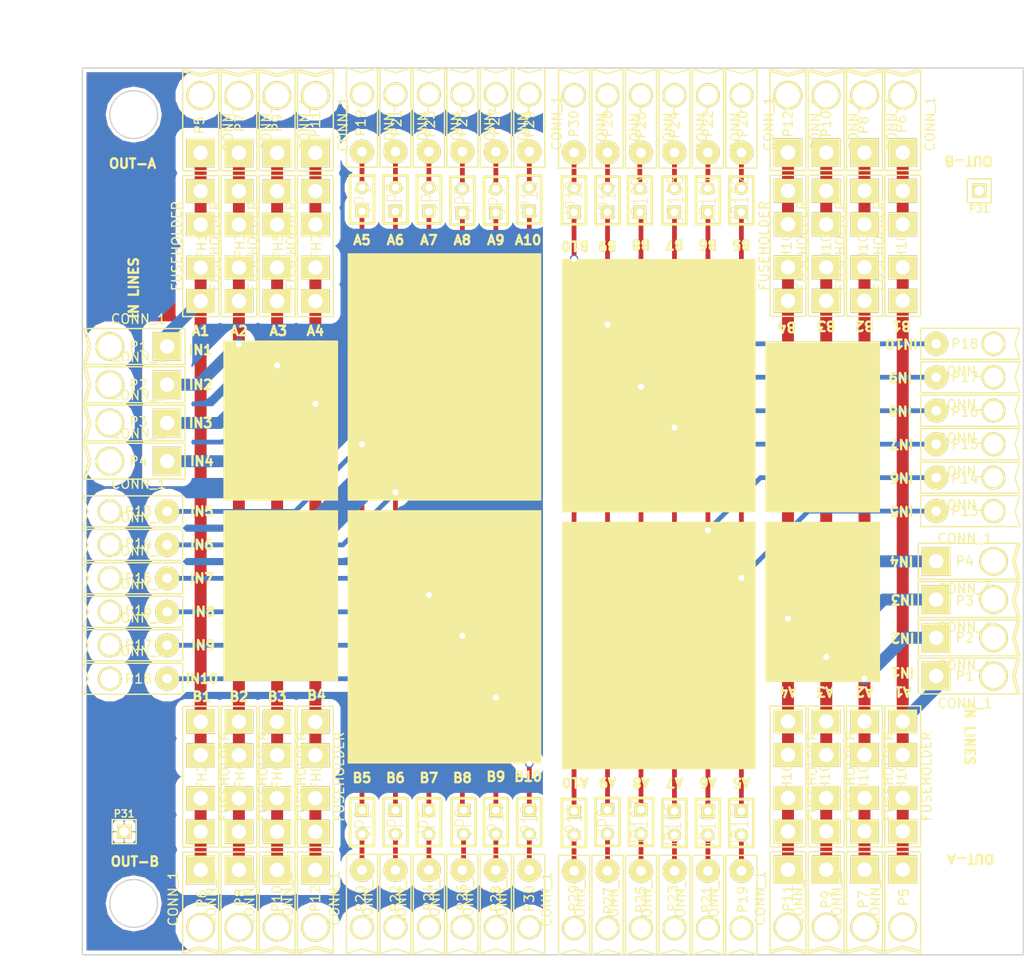
<source format=kicad_pcb>
(kicad_pcb (version 20221018) (generator pcbnew)
  (layers (0 "F.Cu" signal) (31 "B.Cu" signal) (34 "B.Paste" user) (35 "F.Paste" user) (36 "B.SilkS" user) (37 "F.SilkS" user) (38 "B.Mask" user) (39 "F.Mask" user) (44 "Edge.Cuts" user))
  (net 0 "")
  (net 1 "F-000010")
  (net 2 "F-000011")
  (net 3 "F-000012")
  (net 4 "F-000013")
  (net 5 "F-000014")
  (net 6 "F-000015")
  (net 7 "F-000016")
  (net 8 "F-000017")
  (net 9 "F-000018")
  (net 10 "F-000019")
  (net 11 "F-00002")
  (net 12 "F-000020")
  (net 13 "F-000021")
  (net 14 "F-000022")
  (net 15 "F-000023")
  (net 16 "F-000024")
  (net 17 "F-000025")
  (net 18 "F-000026")
  (net 19 "F-000027")
  (net 20 "F-000028")
  (net 21 "F-000029")
  (net 22 "F-00003")
  (net 23 "F-000030")
  (net 24 "F-000031")
  (net 25 "F-00004")
  (net 26 "F-00005")
  (net 27 "F-00006")
  (net 28 "F-00007")
  (net 29 "F-00008")
  (net 30 "F-00009")
  (net 31 "GND")
  (net 32 "N-000001")
  (net 33 "N-0000010")
  (net 34 "N-0000011")
  (net 35 "N-0000012")
  (net 36 "N-0000014")
  (net 37 "N-0000015")
  (net 38 "N-0000016")
  (net 39 "N-0000017")
  (net 40 "N-0000018")
  (net 41 "N-0000019")
  (net 42 "N-000002")
  (net 43 "N-0000020")
  (net 44 "N-0000021")
  (net 45 "N-0000022")
  (net 46 "N-0000023")
  (net 47 "N-0000024")
  (net 48 "N-0000025")
  (net 49 "N-0000026")
  (net 50 "N-0000027")
  (net 51 "N-0000028")
  (net 52 "N-0000029")
  (net 53 "N-000003")
  (net 54 "N-0000030")
  (net 55 "N-0000031")
  (net 56 "N-000004")
  (net 57 "N-000005")
  (net 58 "N-000006")
  (net 59 "N-000007")
  (net 60 "N-000008")
  (net 61 "N-000009")
  (footprint "FUSEHOLDER" (layer "F.Cu") (at 204.724 72.898 90)
    (fp_text reference "FH1")
    (fp_text value "FUSEHOLDER")
  )
  (footprint "FUSEHOLDER" (layer "F.Cu") (at 204.724 129.286 -90)
    (fp_text reference "FH2")
    (fp_text value "FUSEHOLDER")
  )
  (footprint "FUSEHOLDER" (layer "F.Cu") (at 208.788 72.898 90)
    (fp_text reference "FH3")
    (fp_text value "FUSEHOLDER")
  )
  (footprint "FUSEHOLDER" (layer "F.Cu") (at 208.788 129.286 -90)
    (fp_text reference "FH4")
    (fp_text value "FUSEHOLDER")
  )
  (footprint "FUSEHOLDER" (layer "F.Cu") (at 212.852 72.898 90)
    (fp_text reference "FH5")
    (fp_text value "FUSEHOLDER")
  )
  (footprint "FUSEHOLDER" (layer "F.Cu") (at 212.852 129.286 -90)
    (fp_text reference "FH6")
    (fp_text value "FUSEHOLDER")
  )
  (footprint "FUSEHOLDER" (layer "F.Cu") (at 216.916 72.898 90)
    (fp_text reference "FH7")
    (fp_text value "FUSEHOLDER")
  )
  (footprint "FUSEHOLDER" (layer "F.Cu") (at 216.916 129.286 -90)
    (fp_text reference "FH8")
    (fp_text value "FUSEHOLDER")
  )
  (footprint "PIN_1_16AWG" (layer "F.Cu") (at 198.12 83.566)
    (fp_text reference "P1")
    (fp_text value "CONN_1")
  )
  (footprint "PIN_1_16AWG" (layer "F.Cu") (at 198.12 87.63)
    (fp_text reference "P2")
    (fp_text value "CONN_1")
  )
  (footprint "PIN_1_16AWG" (layer "F.Cu") (at 198.12 91.694)
    (fp_text reference "P3")
    (fp_text value "CONN_1")
  )
  (footprint "PIN_1_16AWG" (layer "F.Cu") (at 198.12 95.758)
    (fp_text reference "P4")
    (fp_text value "CONN_1")
  )
  (footprint "PIN_1_16AWG" (layer "F.Cu") (at 204.724 59.944 -90)
    (fp_text reference "P5")
    (fp_text value "CONN_1")
  )
  (footprint "PIN_1_16AWG" (layer "F.Cu") (at 204.724 142.24 90)
    (fp_text reference "P6")
    (fp_text value "CONN_1")
  )
  (footprint "PIN_1_16AWG" (layer "F.Cu") (at 208.788 59.944 -90)
    (fp_text reference "P7")
    (fp_text value "CONN_1")
  )
  (footprint "PIN_1_16AWG" (layer "F.Cu") (at 208.788 142.24 90)
    (fp_text reference "P8")
    (fp_text value "CONN_1")
  )
  (footprint "PIN_1_16AWG" (layer "F.Cu") (at 212.852 59.944 -90)
    (fp_text reference "P9")
    (fp_text value "CONN_1")
  )
  (footprint "PIN_1_16AWG" (layer "F.Cu") (at 212.852 142.24 90)
    (fp_text reference "P10")
    (fp_text value "CONN_1")
  )
  (footprint "PIN_1_16AWG" (layer "F.Cu") (at 216.916 59.944 -90)
    (fp_text reference "P11")
    (fp_text value "CONN_1")
  )
  (footprint "PIN_1_16AWG" (layer "F.Cu") (at 216.916 142.24 90)
    (fp_text reference "P12")
    (fp_text value "CONN_1")
  )
  (footprint "PIN_1_20AWG" (layer "F.Cu") (at 198.12 101.092)
    (fp_text reference "P13")
    (fp_text value "CONN_1")
  )
  (footprint "PIN_1_20AWG" (layer "F.Cu") (at 198.12 104.648)
    (fp_text reference "P14")
    (fp_text value "CONN_1")
  )
  (footprint "PIN_1_20AWG" (layer "F.Cu") (at 198.12 108.204)
    (fp_text reference "P15")
    (fp_text value "CONN_1")
  )
  (footprint "PIN_1_20AWG" (layer "F.Cu") (at 198.12 111.76)
    (fp_text reference "P16")
    (fp_text value "CONN_1")
  )
  (footprint "PIN_1_20AWG" (layer "F.Cu") (at 198.12 115.316)
    (fp_text reference "P17")
    (fp_text value "CONN_1")
  )
  (footprint "PIN_1_20AWG" (layer "F.Cu") (at 198.12 118.872)
    (fp_text reference "P18")
    (fp_text value "CONN_1")
  )
  (footprint "PIN_1_20AWG" (layer "F.Cu") (at 221.869 59.817 -90)
    (fp_text reference "P19")
    (fp_text value "CONN_1")
  )
  (footprint "PIN_1_20AWG" (layer "F.Cu") (at 221.869 142.24 90)
    (fp_text reference "P20")
    (fp_text value "CONN_1")
  )
  (footprint "PIN_1_20AWG" (layer "F.Cu") (at 225.425 59.817 -90)
    (fp_text reference "P21")
    (fp_text value "CONN_1")
  )
  (footprint "PIN_1_20AWG" (layer "F.Cu") (at 228.981 59.817 -90)
    (fp_text reference "P23")
    (fp_text value "CONN_1")
  )
  (footprint "PIN_1_20AWG" (layer "F.Cu") (at 228.981 142.24 90)
    (fp_text reference "P24")
    (fp_text value "CONN_1")
  )
  (footprint "PIN_1_20AWG" (layer "F.Cu") (at 232.537 59.817 -90)
    (fp_text reference "P25")
    (fp_text value "CONN_1")
  )
  (footprint "PIN_1_20AWG" (layer "F.Cu") (at 232.537 142.24 90)
    (fp_text reference "P26")
    (fp_text value "CONN_1")
  )
  (footprint "PIN_1_20AWG" (layer "F.Cu") (at 236.093 59.817 -90)
    (fp_text reference "P27")
    (fp_text value "CONN_1")
  )
  (footprint "PIN_1_20AWG" (layer "F.Cu") (at 236.093 142.24 90)
    (fp_text reference "P28")
    (fp_text value "CONN_1")
  )
  (footprint "PIN_1_20AWG" (layer "F.Cu") (at 239.649 59.817 -90)
    (fp_text reference "P29")
    (fp_text value "CONN_1")
  )
  (footprint "PIN_1_20AWG" (layer "F.Cu") (at 239.649 142.24 90)
    (fp_text reference "P30")
    (fp_text value "CONN_1")
  )
  (footprint "PIN_1_20AWG" (layer "F.Cu") (at 225.425 142.24 90)
    (fp_text reference "P22")
    (fp_text value "CONN_1")
  )
  (footprint "JUMPER-2" (layer "F.Cu") (at 221.869 67.945 90)
    (fp_text reference "JP1")
    (fp_text value "JUMPER" hide)
  )
  (footprint "JUMPER-2" (layer "F.Cu") (at 221.869 134.112 -90)
    (fp_text reference "JP2")
    (fp_text value "JUMPER" hide)
  )
  (footprint "JUMPER-2" (layer "F.Cu") (at 225.425 67.945 90)
    (fp_text reference "JP3")
    (fp_text value "JUMPER" hide)
  )
  (footprint "JUMPER-2" (layer "F.Cu") (at 225.425 134.112 -90)
    (fp_text reference "JP4")
    (fp_text value "JUMPER" hide)
  )
  (footprint "JUMPER-2" (layer "F.Cu") (at 228.981 67.945 90)
    (fp_text reference "JP5")
    (fp_text value "JUMPER" hide)
  )
  (footprint "JUMPER-2" (layer "F.Cu") (at 228.981 134.112 -90)
    (fp_text reference "JP6")
    (fp_text value "JUMPER" hide)
  )
  (footprint "JUMPER-2" (layer "F.Cu") (at 232.537 68.072 90)
    (fp_text reference "JP7")
    (fp_text value "JUMPER" hide)
  )
  (footprint "JUMPER-2" (layer "F.Cu") (at 232.664 134.112 -90)
    (fp_text reference "JP8")
    (fp_text value "JUMPER" hide)
  )
  (footprint "JUMPER-2" (layer "F.Cu") (at 236.093 68.072 90)
    (fp_text reference "JP9")
    (fp_text value "JUMPER" hide)
  )
  (footprint "JUMPER-2" (layer "F.Cu") (at 236.093 134.112 -90)
    (fp_text reference "JP10")
    (fp_text value "JUMPER" hide)
  )
  (footprint "JUMPER-2" (layer "F.Cu") (at 239.649 67.945 90)
    (fp_text reference "JP11")
    (fp_text value "JUMPER" hide)
  )
  (footprint "JUMPER-2" (layer "F.Cu") (at 239.649 134.112 -90)
    (fp_text reference "JP12")
    (fp_text value "JUMPER" hide)
  )
  (footprint "PIN_ARRAY_1" (layer "F.Cu") (at 196.596 135.128)
    (fp_text reference "P31")
    (fp_text value "CONN_1" hide)
  )
  (footprint "JUMPER-2" (layer "F.Cu") (at 258.62875 134.20725 -90)
    (fp_text reference "JP103")
    (fp_text value "JUMPER" hide)
  )
  (footprint "FUSEHOLDER" (layer "F.Cu") (at 275.26575 129.25425 -90)
    (fp_text reference "FH103")
    (fp_text value "FUSEHOLDER")
  )
  (footprint "PIN_1_20AWG" (layer "F.Cu") (at 285.93375 97.50425 180)
    (fp_text reference "P14")
    (fp_text value "CONN_1")
  )
  (footprint "PIN_1_16AWG" (layer "F.Cu") (at 275.26575 59.91225 -90)
    (fp_text reference "P8")
    (fp_text value "CONN_1")
  )
  (footprint "PIN_1_16AWG" (layer "F.Cu") (at 271.20175 59.91225 -90)
    (fp_text reference "P10")
    (fp_text value "CONN_1")
  )
  (footprint "PIN_1_20AWG" (layer "F.Cu") (at 247.96075 142.33525 90)
    (fp_text reference "P27")
    (fp_text value "CONN_1")
  )
  (footprint "PIN_1_20AWG" (layer "F.Cu") (at 251.51675 142.33525 90)
    (fp_text reference "P25")
    (fp_text value "CONN_1")
  )
  (footprint "PIN_1_20AWG" (layer "F.Cu") (at 247.96075 59.91225 -90)
    (fp_text reference "P28")
    (fp_text value "CONN_1")
  )
  (footprint "PIN_1_16AWG" (layer "F.Cu") (at 285.93375 114.52225 180)
    (fp_text reference "P2")
    (fp_text value "CONN_1")
  )
  (footprint "FUSEHOLDER" (layer "F.Cu") (at 271.20175 129.25425 -90)
    (fp_text reference "FH105")
    (fp_text value "FUSEHOLDER")
  )
  (footprint "PIN_1_20AWG" (layer "F.Cu") (at 258.62875 59.91225 -90)
    (fp_text reference "P22")
    (fp_text value "CONN_1")
  )
  (footprint "JUMPER-2" (layer "F.Cu") (at 262.18475 134.20725 -90)
    (fp_text reference "JP101")
    (fp_text value "JUMPER" hide)
  )
  (footprint "PIN_1_20AWG" (layer "F.Cu") (at 285.93375 83.28025 180)
    (fp_text reference "P18")
    (fp_text value "CONN_1")
  )
  (footprint "PIN_1_16AWG" (layer "F.Cu") (at 279.32975 59.91225 -90)
    (fp_text reference "P6")
    (fp_text value "CONN_1")
  )
  (footprint "JUMPER-2" (layer "F.Cu") (at 255.07275 68.04025 90)
    (fp_text reference "JP106")
    (fp_text value "JUMPER" hide)
  )
  (footprint "PIN_1_16AWG" (layer "F.Cu") (at 271.20175 142.20825 90)
    (fp_text reference "P9")
    (fp_text value "CONN_1")
  )
  (footprint "FUSEHOLDER" (layer "F.Cu") (at 267.13775 72.86625 90)
    (fp_text reference "FH108")
    (fp_text value "FUSEHOLDER")
  )
  (footprint "PIN_1_16AWG" (layer "F.Cu") (at 285.93375 106.39425 180)
    (fp_text reference "P4")
    (fp_text value "CONN_1")
  )
  (footprint "JUMPER-2" (layer "F.Cu") (at 255.07275 134.20725 -90)
    (fp_text reference "JP105")
    (fp_text value "JUMPER" hide)
  )
  (footprint "JUMPER-2" (layer "F.Cu") (at 244.40475 68.04025 90)
    (fp_text reference "JP12")
    (fp_text value "JUMPER" hide)
  )
  (footprint "PIN_1_20AWG" (layer "F.Cu") (at 255.07275 59.91225 -90)
    (fp_text reference "P24")
    (fp_text value "CONN_1")
  )
  (footprint "JUMPER-2" (layer "F.Cu") (at 244.40475 134.20725 -90)
    (fp_text reference "JP11")
    (fp_text value "JUMPER" hide)
  )
  (footprint "JUMPER-2" (layer "F.Cu") (at 262.18475 68.04025 90)
    (fp_text reference "JP102")
    (fp_text value "JUMPER" hide)
  )
  (footprint "PIN_ARRAY_1" (layer "F.Cu") (at 287.45775 67.02425 180)
    (fp_text reference "P31")
    (fp_text value "CONN_1" hide)
  )
  (footprint "PIN_1_16AWG" (layer "F.Cu") (at 285.93375 118.58625 180)
    (fp_text reference "P1")
    (fp_text value "CONN_1")
  )
  (footprint "PIN_1_16AWG" (layer "F.Cu") (at 267.13775 142.20825 90)
    (fp_text reference "P11")
    (fp_text value "CONN_1")
  )
  (footprint "FUSEHOLDER" (layer "F.Cu") (at 279.32975 72.86625 90)
    (fp_text reference "FH102")
    (fp_text value "FUSEHOLDER")
  )
  (footprint "PIN_1_20AWG" (layer "F.Cu") (at 251.51675 59.91225 -90)
    (fp_text reference "P26")
    (fp_text value "CONN_1")
  )
  (footprint "PIN_1_20AWG" (layer "F.Cu") (at 244.40475 142.33525 90)
    (fp_text reference "P29")
    (fp_text value "CONN_1")
  )
  (footprint "PIN_1_16AWG" (layer "F.Cu") (at 285.93375 110.45825 180)
    (fp_text reference "P3")
    (fp_text value "CONN_1")
  )
  (footprint "PIN_1_20AWG" (layer "F.Cu") (at 262.18475 142.33525 90)
    (fp_text reference "P19")
    (fp_text value "CONN_1")
  )
  (footprint "JUMPER-2" (layer "F.Cu") (at 247.96075 68.04025 90)
    (fp_text reference "JP10")
    (fp_text value "JUMPER" hide)
  )
  (footprint "JUMPER-2" (layer "F.Cu") (at 251.51675 134.08025 -90)
    (fp_text reference "JP107")
    (fp_text value "JUMPER" hide)
  )
  (footprint "PIN_1_20AWG" (layer "F.Cu") (at 285.93375 93.94825 180)
    (fp_text reference "P15")
    (fp_text value "CONN_1")
  )
  (footprint "JUMPER-2" (layer "F.Cu") (at 258.62875 68.04025 90)
    (fp_text reference "JP104")
    (fp_text value "JUMPER" hide)
  )
  (footprint "PIN_1_20AWG" (layer "F.Cu") (at 258.62875 142.33525 90)
    (fp_text reference "P21")
    (fp_text value "CONN_1")
  )
  (footprint "FUSEHOLDER" (layer "F.Cu") (at 275.26575 72.86625 90)
    (fp_text reference "FH104")
    (fp_text value "FUSEHOLDER")
  )
  (footprint "FUSEHOLDER" (layer "F.Cu") (at 271.20175 72.86625 90)
    (fp_text reference "FH106")
    (fp_text value "FUSEHOLDER")
  )
  (footprint "PIN_1_16AWG" (layer "F.Cu") (at 275.26575 142.20825 90)
    (fp_text reference "P7")
    (fp_text value "CONN_1")
  )
  (footprint "PIN_1_20AWG" (layer "F.Cu") (at 255.07275 142.33525 90)
    (fp_text reference "P23")
    (fp_text value "CONN_1")
  )
  (footprint "JUMPER-2" (layer "F.Cu") (at 251.38975 68.04025 90)
    (fp_text reference "JP108")
    (fp_text value "JUMPER" hide)
  )
  (footprint "FUSEHOLDER" (layer "F.Cu") (at 267.13775 129.25425 -90)
    (fp_text reference "FH107")
    (fp_text value "FUSEHOLDER")
  )
  (footprint "PIN_1_20AWG" (layer "F.Cu") (at 262.18475 59.91225 -90)
    (fp_text reference "P20")
    (fp_text value "CONN_1")
  )
  (footprint "PIN_1_20AWG" (layer "F.Cu") (at 244.40475 59.91225 -90)
    (fp_text reference "P30")
    (fp_text value "CONN_1")
  )
  (footprint "PIN_1_20AWG" (layer "F.Cu") (at 285.93375 90.39225 180)
    (fp_text reference "P16")
    (fp_text value "CONN_1")
  )
  (footprint "PIN_1_20AWG" (layer "F.Cu") (at 285.93375 86.83625 180)
    (fp_text reference "P17")
    (fp_text value "CONN_1")
  )
  (footprint "PIN_1_16AWG" (layer "F.Cu") (at 279.32975 142.20825 90)
    (fp_text reference "P5")
    (fp_text value "CONN_1")
  )
  (footprint "PIN_1_20AWG" (layer "F.Cu") (at 285.93375 101.06025 180)
    (fp_text reference "P13")
    (fp_text value "CONN_1")
  )
  (footprint "PIN_1_16AWG" (layer "F.Cu") (at 267.13775 59.91225 -90)
    (fp_text reference "P12")
    (fp_text value "CONN_1")
  )
  (footprint "FUSEHOLDER" (layer "F.Cu") (at 279.32975 129.25425 -90)
    (fp_text reference "FH101")
    (fp_text value "FUSEHOLDER")
  )
  (footprint "JUMPER-2" (layer "F.Cu") (at 247.96075 134.08025 -90)
    (fp_text reference "JP9")
    (fp_text value "JUMPER" hide)
  )
  (gr_line (start 292.151 148.209) (end 192.151 148.209) (stroke (width 0.15)) (layer "Edge.Cuts"))
  (gr_line (start 192.151 53.975) (end 292.151 53.975) (stroke (width 0.15)) (layer "Edge.Cuts"))
  (gr_circle (center 197.612 58.928) (end 200.152 58.928) (stroke (width 0.15)) (fill none) (layer "Edge.Cuts"))
  (gr_circle (center 197.612 142.748) (end 200.152 142.748) (stroke (width 0.15)) (fill none) (layer "Edge.Cuts"))
  (gr_line (start 192.151 148.209) (end 192.151 53.975) (stroke (width 0.15)) (layer "Edge.Cuts"))
  (gr_line (start 292.151 53.975) (end 292.151 148.209) (stroke (width 0.15)) (layer "Edge.Cuts"))
  (gr_text "A8" (at 251.51675 129.88925 180) (layer "F.SilkS") (effects (font (size 1 1) (thickness 0.25))))
  (gr_text "B4" (at 217.043 120.65) (layer "F.SilkS") (effects (font (size 1 1) (thickness 0.25))))
  (gr_text "IN2" (at 279.32975 114.52225 180) (layer "F.SilkS") (effects (font (size 1 1) (thickness 0.25))))
  (gr_text "IN2" (at 204.724 87.63) (layer "F.SilkS") (effects (font (size 1 1) (thickness 0.25))))
  (gr_text "IN8" (at 279.07575 90.39225 180) (layer "F.SilkS") (effects (font (size 1 1) (thickness 0.25))))
  (gr_text "A9" (at 247.96075 129.88925 180) (layer "F.SilkS") (effects (font (size 1 1) (thickness 0.25))))
  (gr_text "IN9" (at 279.07575 86.83625 180) (layer "F.SilkS") (effects (font (size 1 1) (thickness 0.25))))
  (gr_text "B3" (at 212.852 120.777) (layer "F.SilkS") (effects (font (size 1 1) (thickness 0.25))))
  (gr_text "OUT-A" (at 197.485 64.135) (layer "F.SilkS") (effects (font (size 1 1) (thickness 0.25))))
  (gr_text "B3" (at 271.20175 81.37525 180) (layer "F.SilkS") (effects (font (size 1 1) (thickness 0.25))))
  (gr_text "IN5" (at 279.20275 101.06025 180) (layer "F.SilkS") (effects (font (size 1 1) (thickness 0.25))))
  (gr_text "B9" (at 247.96075 72.86625 180) (layer "F.SilkS") (effects (font (size 1 1) (thickness 0.25))))
  (gr_text "B2" (at 275.26575 81.37525 180) (layer "F.SilkS") (effects (font (size 1 1) (thickness 0.25))))
  (gr_text "IN1" (at 204.724 83.947) (layer "F.SilkS") (effects (font (size 1 1) (thickness 0.25))))
  (gr_text "A1" (at 279.32975 120.23725 180) (layer "F.SilkS") (effects (font (size 1 1) (thickness 0.25))))
  (gr_text "B6" (at 258.62875 72.73925 180) (layer "F.SilkS") (effects (font (size 1 1) (thickness 0.25))))
  (gr_text "OUT-B" (at 197.739 138.303) (layer "F.SilkS") (effects (font (size 1 1) (thickness 0.25))))
  (gr_text "A8" (at 232.537 72.263) (layer "F.SilkS") (effects (font (size 1 1) (thickness 0.25))))
  (gr_text "A3" (at 271.07475 120.23725 180) (layer "F.SilkS") (effects (font (size 1 1) (thickness 0.25))))
  (gr_text "A5" (at 262.18475 129.88925 180) (layer "F.SilkS") (effects (font (size 1 1) (thickness 0.25))))
  (gr_text "IN3" (at 204.724 91.694) (layer "F.SilkS") (effects (font (size 1 1) (thickness 0.25))))
  (gr_text "B5" (at 221.869 129.413) (layer "F.SilkS") (effects (font (size 1 1) (thickness 0.25))))
  (gr_text "B7" (at 255.07275 72.73925 180) (layer "F.SilkS") (effects (font (size 1 1) (thickness 0.25))))
  (gr_text "A1" (at 204.724 81.915) (layer "F.SilkS") (effects (font (size 1 1) (thickness 0.25))))
  (gr_text "B8" (at 251.51675 72.73925 180) (layer "F.SilkS") (effects (font (size 1 1) (thickness 0.25))))
  (gr_text "A6" (at 258.62875 129.88925 180) (layer "F.SilkS") (effects (font (size 1 1) (thickness 0.25))))
  (gr_text "IN9" (at 204.978 115.316) (layer "F.SilkS") (effects (font (size 1 1) (thickness 0.25))))
  (gr_text "IN10" (at 279.20275 83.28025 180) (layer "F.SilkS") (effects (font (size 1 1) (thickness 0.25))))
  (gr_text "IN LINES" (at 286.44175 124.80925 270) (layer "F.SilkS") (effects (font (size 1 1) (thickness 0.25))))
  (gr_text "B10" (at 239.522 129.286) (layer "F.SilkS") (effects (font (size 1 1) (thickness 0.25))))
  (gr_text "IN6" (at 204.851 104.648) (layer "F.SilkS") (effects (font (size 1 1) (thickness 0.25))))
  (gr_text "A10" (at 239.522 72.263) (layer "F.SilkS") (effects (font (size 1 1) (thickness 0.25))))
  (gr_text "A6" (at 225.425 72.263) (layer "F.SilkS") (effects (font (size 1 1) (thickness 0.25))))
  (gr_text "B1" (at 279.20275 81.37525 180) (layer "F.SilkS") (effects (font (size 1 1) (thickness 0.25))))
  (gr_text "B1" (at 204.851 120.777) (layer "F.SilkS") (effects (font (size 1 1) (thickness 0.25))))
  (gr_text "IN1" (at 279.32975 118.20525 180) (layer "F.SilkS") (effects (font (size 1 1) (thickness 0.25))))
  (gr_text "IN LINES" (at 197.612 77.343 90) (layer "F.SilkS") (effects (font (size 1 1) (thickness 0.25))))
  (gr_text "OUT-A" (at 286.56875 138.01725 180) (layer "F.SilkS") (effects (font (size 1 1) (thickness 0.25))))
  (gr_text "A4" (at 216.916 81.915) (layer "F.SilkS") (effects (font (size 1 1) (thickness 0.25))))
  (gr_text "B9" (at 236.093 129.286) (layer "F.SilkS") (effects (font (size 1 1) (thickness 0.25))))
  (gr_text "A4" (at 267.13775 120.23725 180) (layer "F.SilkS") (effects (font (size 1 1) (thickness 0.25))))
  (gr_text "B6" (at 225.425 129.413) (layer "F.SilkS") (effects (font (size 1 1) (thickness 0.25))))
  (gr_text "IN3" (at 279.32975 110.45825 180) (layer "F.SilkS") (effects (font (size 1 1) (thickness 0.25))))
  (gr_text "B10" (at 244.53175 72.86625 180) (layer "F.SilkS") (effects (font (size 1 1) (thickness 0.25))))
  (gr_text "B7" (at 228.981 129.413) (layer "F.SilkS") (effects (font (size 1 1) (thickness 0.25))))
  (gr_text "A5" (at 221.869 72.263) (layer "F.SilkS") (effects (font (size 1 1) (thickness 0.25))))
  (gr_text "B4" (at 267.01075 81.50225 180) (layer "F.SilkS") (effects (font (size 1 1) (thickness 0.25))))
  (gr_text "A9" (at 236.093 72.263) (layer "F.SilkS") (effects (font (size 1 1) (thickness 0.25))))
  (gr_text "A2" (at 275.26575 120.23725 180) (layer "F.SilkS") (effects (font (size 1 1) (thickness 0.25))))
  (gr_text "IN6" (at 279.20275 97.50425 180) (layer "F.SilkS") (effects (font (size 1 1) (thickness 0.25))))
  (gr_text "A7" (at 228.981 72.263) (layer "F.SilkS") (effects (font (size 1 1) (thickness 0.25))))
  (gr_text "A10" (at 244.53175 129.88925 180) (layer "F.SilkS") (effects (font (size 1 1) (thickness 0.25))))
  (gr_text "OUT-B" (at 286.31475 63.84925 180) (layer "F.SilkS") (effects (font (size 1 1) (thickness 0.25))))
  (gr_text "IN4" (at 204.851 95.758) (layer "F.SilkS") (effects (font (size 1 1) (thickness 0.25))))
  (gr_text "IN4" (at 279.20275 106.39425 180) (layer "F.SilkS") (effects (font (size 1 1) (thickness 0.25))))
  (gr_text "B5" (at 262.18475 72.73925 180) (layer "F.SilkS") (effects (font (size 1 1) (thickness 0.25))))
  (gr_text "IN8" (at 204.978 111.76) (layer "F.SilkS") (effects (font (size 1 1) (thickness 0.25))))
  (gr_text "B2" (at 208.788 120.777) (layer "F.SilkS") (effects (font (size 1 1) (thickness 0.25))))
  (gr_text "IN5" (at 204.851 101.092) (layer "F.SilkS") (effects (font (size 1 1) (thickness 0.25))))
  (gr_text "A7" (at 255.07275 129.88925 180) (layer "F.SilkS") (effects (font (size 1 1) (thickness 0.25))))
  (gr_text "A3" (at 212.979 81.915) (layer "F.SilkS") (effects (font (size 1 1) (thickness 0.25))))
  (gr_text "IN10" (at 204.851 118.872) (layer "F.SilkS") (effects (font (size 1 1) (thickness 0.25))))
  (gr_text "IN7" (at 279.20275 93.94825 180) (layer "F.SilkS") (effects (font (size 1 1) (thickness 0.25))))
  (gr_text "B8" (at 232.537 129.413) (layer "F.SilkS") (effects (font (size 1 1) (thickness 0.25))))
  (gr_text "IN7" (at 204.851 108.204) (layer "F.SilkS") (effects (font (size 1 1) (thickness 0.25))))
  (gr_text "A2" (at 208.788 81.915) (layer "F.SilkS") (effects (font (size 1 1) (thickness 0.25))))
  (segment (start 262.18475 66.77025) (end 262.18475 62.96025) (width 0.508) (layer "F.Cu") (net 1))
  (segment (start 275.26575 118.84025) (end 275.26575 78.70825) (width 1.27) (layer "F.Cu") (net 2))
  (segment (start 275.26575 123.41225) (end 275.26575 118.84025) (width 1.27) (layer "F.Cu") (net 2))
  (segment (start 275.26575 78.70825) (end 275.26575 75.15225) (width 1.27) (layer "F.Cu") (net 2))
  (segment (start 275.26575 126.96825) (end 275.26575 123.41225) (width 1.27) (layer "F.Cu") (net 2))
  (via (at 275.26575 118.84025) (size 0.889) (drill 0.635) (layers "F.Cu" "B.Cu") (net 2))
  (segment (start 279.58375 114.52225) (end 275.26575 118.84025) (width 1.27) (layer "B.Cu") (net 2))
  (segment (start 282.88575 114.52225) (end 279.58375 114.52225) (width 1.27) (layer "B.Cu") (net 2))
  (segment (start 251.51675 139.28725) (end 251.51675 135.35025) (width 0.508) (layer "F.Cu") (net 3))
  (segment (start 275.26575 67.02425) (end 275.26575 62.96025) (width 1.27) (layer "F.Cu") (net 4))
  (segment (start 275.26575 70.58025) (end 275.26575 67.02425) (width 1.27) (layer "F.Cu") (net 4))
  (segment (start 275.26575 135.09625) (end 275.26575 131.54025) (width 1.27) (layer "F.Cu") (net 5))
  (segment (start 275.26575 139.16025) (end 275.26575 135.09625) (width 1.27) (layer "F.Cu") (net 5))
  (segment (start 279.32975 123.41225) (end 279.32975 78.70825) (width 1.27) (layer "F.Cu") (net 6))
  (segment (start 279.32975 126.96825) (end 279.32975 123.41225) (width 1.27) (layer "F.Cu") (net 6))
  (segment (start 279.32975 78.70825) (end 279.32975 75.15225) (width 1.27) (layer "F.Cu") (net 6))
  (segment (start 282.88575 119.85625) (end 279.32975 123.41225) (width 1.27) (layer "B.Cu") (net 6))
  (segment (start 282.88575 118.58625) (end 282.88575 119.85625) (width 1.27) (layer "B.Cu") (net 6))
  (segment (start 279.32975 67.02425) (end 279.32975 62.96025) (width 1.27) (layer "F.Cu") (net 7))
  (segment (start 279.32975 70.58025) (end 279.32975 67.02425) (width 1.27) (layer "F.Cu") (net 7))
  (segment (start 279.32975 131.54025) (end 279.32975 135.09625) (width 1.27) (layer "F.Cu") (net 8))
  (segment (start 279.32975 139.16025) (end 279.32975 135.09625) (width 1.27) (layer "F.Cu") (net 8))
  (segment (start 262.18475 108.17225) (end 262.18475 69.31025) (width 0.508) (layer "F.Cu") (net 9))
  (segment (start 262.18475 132.93725) (end 262.18475 108.17225) (width 0.508) (layer "F.Cu") (net 9))
  (via (at 262.18475 108.17225) (size 0.889) (drill 0.635) (layers "F.Cu" "B.Cu") (net 9))
  (segment (start 269.29675 101.06025) (end 262.18475 108.17225) (width 0.508) (layer "B.Cu") (net 9))
  (segment (start 282.88575 101.06025) (end 269.29675 101.06025) (width 0.508) (layer "B.Cu") (net 9))
  (segment (start 267.13775 112.49025) (end 267.13775 78.70825) (width 1.27) (layer "F.Cu") (net 10))
  (segment (start 267.13775 78.70825) (end 267.13775 75.15225) (width 1.27) (layer "F.Cu") (net 10))
  (segment (start 267.13775 123.41225) (end 267.13775 112.49025) (width 1.27) (layer "F.Cu") (net 10))
  (segment (start 267.13775 126.96825) (end 267.13775 123.41225) (width 1.27) (layer "F.Cu") (net 10))
  (via (at 267.13775 112.49025) (size 0.889) (drill 0.635) (layers "F.Cu" "B.Cu") (net 10))
  (segment (start 273.23375 106.39425) (end 267.13775 112.49025) (width 1.27) (layer "B.Cu") (net 10))
  (segment (start 282.88575 106.39425) (end 273.23375 106.39425) (width 1.27) (layer "B.Cu") (net 10))
  (segment (start 251.38975 63.08725) (end 251.51675 62.96025) (width 0.508) (layer "F.Cu") (net 11))
  (segment (start 251.38975 66.77025) (end 251.38975 63.08725) (width 0.508) (layer "F.Cu") (net 11))
  (segment (start 267.13775 70.58025) (end 267.13775 67.02425) (width 1.27) (layer "F.Cu") (net 12))
  (segment (start 267.13775 67.02425) (end 267.13775 62.96025) (width 1.27) (layer "F.Cu") (net 12))
  (segment (start 267.13775 135.09625) (end 267.13775 131.54025) (width 1.27) (layer "F.Cu") (net 13))
  (segment (start 267.13775 139.16025) (end 267.13775 135.09625) (width 1.27) (layer "F.Cu") (net 13))
  (segment (start 271.20175 116.55425) (end 271.20175 78.70825) (width 1.27) (layer "F.Cu") (net 14))
  (segment (start 271.20175 126.96825) (end 271.20175 123.41225) (width 1.27) (layer "F.Cu") (net 14))
  (segment (start 271.20175 123.41225) (end 271.20175 116.55425) (width 1.27) (layer "F.Cu") (net 14))
  (segment (start 271.20175 78.70825) (end 271.20175 75.15225) (width 1.27) (layer "F.Cu") (net 14))
  (via (at 271.20175 116.55425) (size 0.889) (drill 0.635) (layers "F.Cu" "B.Cu") (net 14))
  (segment (start 277.29775 110.45825) (end 271.20175 116.55425) (width 1.27) (layer "B.Cu") (net 14))
  (segment (start 282.88575 110.45825) (end 277.29775 110.45825) (width 1.27) (layer "B.Cu") (net 14))
  (segment (start 251.51675 69.43725) (end 251.38975 69.31025) (width 0.508) (layer "F.Cu") (net 15))
  (segment (start 251.51675 87.85225) (end 251.51675 69.43725) (width 0.508) (layer "F.Cu") (net 15))
  (segment (start 251.51675 132.81025) (end 251.51675 87.85225) (width 0.508) (layer "F.Cu") (net 15))
  (via (at 251.51675 87.85225) (size 0.889) (drill 0.635) (layers "F.Cu" "B.Cu") (net 15))
  (segment (start 254.05675 90.39225) (end 251.51675 87.85225) (width 0.508) (layer "B.Cu") (net 15))
  (segment (start 282.88575 90.39225) (end 254.05675 90.39225) (width 0.508) (layer "B.Cu") (net 15))
  (segment (start 271.20175 67.02425) (end 271.20175 62.96025) (width 1.27) (layer "F.Cu") (net 16))
  (segment (start 271.20175 70.58025) (end 271.20175 67.02425) (width 1.27) (layer "F.Cu") (net 16))
  (segment (start 271.20175 139.16025) (end 271.20175 135.09625) (width 1.27) (layer "F.Cu") (net 17))
  (segment (start 271.20175 135.09625) (end 271.20175 131.54025) (width 1.27) (layer "F.Cu") (net 17))
  (segment (start 258.62875 139.28725) (end 258.62875 135.47725) (width 0.508) (layer "F.Cu") (net 18))
  (segment (start 258.62875 66.77025) (end 258.62875 62.96025) (width 0.508) (layer "F.Cu") (net 19))
  (segment (start 258.62875 103.09225) (end 258.62875 69.31025) (width 0.508) (layer "F.Cu") (net 20))
  (segment (start 258.62875 132.93725) (end 258.62875 103.09225) (width 0.508) (layer "F.Cu") (net 20))
  (via (at 258.62875 103.09225) (size 0.889) (drill 0.635) (layers "F.Cu" "B.Cu") (net 20))
  (segment (start 264.21675 97.50425) (end 258.62875 103.09225) (width 0.508) (layer "B.Cu") (net 20))
  (segment (start 282.88575 97.50425) (end 264.21675 97.50425) (width 0.508) (layer "B.Cu") (net 20))
  (segment (start 255.07275 92.17025) (end 255.07275 69.31025) (width 0.508) (layer "F.Cu") (net 21))
  (segment (start 255.07275 132.93725) (end 255.07275 92.17025) (width 0.508) (layer "F.Cu") (net 21))
  (via (at 255.07275 92.17025) (size 0.889) (drill 0.635) (layers "F.Cu" "B.Cu") (net 21))
  (segment (start 256.85075 93.94825) (end 255.07275 92.17025) (width 0.508) (layer "B.Cu") (net 21))
  (segment (start 282.88575 93.94825) (end 256.85075 93.94825) (width 0.508) (layer "B.Cu") (net 21))
  (segment (start 244.40475 139.28725) (end 244.40475 135.47725) (width 0.508) (layer "F.Cu") (net 22))
  (segment (start 255.07275 66.77025) (end 255.07275 62.96025) (width 0.508) (layer "F.Cu") (net 23))
  (segment (start 255.07275 139.28725) (end 255.07275 135.47725) (width 0.508) (layer "F.Cu") (net 24))
  (segment (start 244.40475 66.77025) (end 244.40475 62.96025) (width 0.508) (layer "F.Cu") (net 25))
  (segment (start 244.40475 74.26325) (end 244.40475 69.31025) (width 0.508) (layer "F.Cu") (net 26))
  (segment (start 244.40475 132.93725) (end 244.40475 74.26325) (width 0.508) (layer "F.Cu") (net 26))
  (via (at 244.40475 74.26325) (size 0.889) (drill 0.635) (layers "F.Cu" "B.Cu") (net 26))
  (segment (start 253.42175 83.28025) (end 244.40475 74.26325) (width 0.508) (layer "B.Cu") (net 26))
  (segment (start 282.88575 83.28025) (end 253.42175 83.28025) (width 0.508) (layer "B.Cu") (net 26))
  (segment (start 247.96075 66.77025) (end 247.96075 62.96025) (width 0.508) (layer "F.Cu") (net 27))
  (segment (start 247.96075 139.28725) (end 247.96075 135.35025) (width 0.508) (layer "F.Cu") (net 28))
  (segment (start 247.96075 81.24825) (end 247.96075 69.31025) (width 0.508) (layer "F.Cu") (net 29))
  (segment (start 247.96075 132.81025) (end 247.96075 81.24825) (width 0.508) (layer "F.Cu") (net 29))
  (via (at 247.96075 81.24825) (size 0.889) (drill 0.635) (layers "F.Cu" "B.Cu") (net 29))
  (segment (start 253.54875 86.83625) (end 247.96075 81.24825) (width 0.508) (layer "B.Cu") (net 29))
  (segment (start 282.88575 86.83625) (end 253.54875 86.83625) (width 0.508) (layer "B.Cu") (net 29))
  (segment (start 262.18475 135.47725) (end 262.18475 139.28725) (width 0.508) (layer "F.Cu") (net 30))
  (segment (start 232.664 135.382) (end 232.664 139.065) (width 0.508) (layer "F.Cu") (net 32))
  (segment (start 232.664 139.065) (end 232.537 139.192) (width 0.508) (layer "F.Cu") (net 32))
  (segment (start 239.649 62.865) (end 239.649 66.675) (width 0.508) (layer "F.Cu") (net 33))
  (segment (start 239.649 135.382) (end 239.649 139.192) (width 0.508) (layer "F.Cu") (net 34))
  (segment (start 239.649 69.215) (end 239.649 127.889) (width 0.508) (layer "F.Cu") (net 35))
  (segment (start 239.649 127.889) (end 239.649 132.842) (width 0.508) (layer "F.Cu") (net 35))
  (via (at 239.649 127.889) (size 0.889) (drill 0.635) (layers "F.Cu" "B.Cu") (net 35))
  (segment (start 230.632 118.872) (end 239.649 127.889) (width 0.508) (layer "B.Cu") (net 35))
  (segment (start 201.168 118.872) (end 230.632 118.872) (width 0.508) (layer "B.Cu") (net 35))
  (segment (start 236.093 135.382) (end 236.093 139.192) (width 0.508) (layer "F.Cu") (net 36))
  (segment (start 236.093 62.865) (end 236.093 66.802) (width 0.508) (layer "F.Cu") (net 37))
  (segment (start 236.093 69.342) (end 236.093 120.904) (width 0.508) (layer "F.Cu") (net 38))
  (segment (start 236.093 120.904) (end 236.093 132.842) (width 0.508) (layer "F.Cu") (net 38))
  (via (at 236.093 120.904) (size 0.889) (drill 0.635) (layers "F.Cu" "B.Cu") (net 38))
  (segment (start 201.168 115.316) (end 230.505 115.316) (width 0.508) (layer "B.Cu") (net 38))
  (segment (start 230.505 115.316) (end 236.093 120.904) (width 0.508) (layer "B.Cu") (net 38))
  (segment (start 221.869 66.675) (end 221.869 62.865) (width 0.508) (layer "F.Cu") (net 39))
  (segment (start 221.869 135.382) (end 221.869 139.192) (width 0.508) (layer "F.Cu") (net 40))
  (segment (start 208.788 123.444) (end 208.788 127) (width 1.27) (layer "F.Cu") (net 41))
  (segment (start 208.788 75.184) (end 208.788 78.74) (width 1.27) (layer "F.Cu") (net 41))
  (segment (start 208.788 83.312) (end 208.788 123.444) (width 1.27) (layer "F.Cu") (net 41))
  (segment (start 208.788 78.74) (end 208.788 83.312) (width 1.27) (layer "F.Cu") (net 41))
  (via (at 208.788 83.312) (size 0.889) (drill 0.635) (layers "F.Cu" "B.Cu") (net 41))
  (segment (start 204.47 87.63) (end 208.788 83.312) (width 1.27) (layer "B.Cu") (net 41))
  (segment (start 201.168 87.63) (end 204.47 87.63) (width 1.27) (layer "B.Cu") (net 41))
  (segment (start 232.537 62.865) (end 232.537 66.802) (width 0.508) (layer "F.Cu") (net 42))
  (segment (start 208.788 131.572) (end 208.788 135.128) (width 1.27) (layer "F.Cu") (net 43))
  (segment (start 208.788 135.128) (end 208.788 139.192) (width 1.27) (layer "F.Cu") (net 43))
  (segment (start 208.788 67.056) (end 208.788 70.612) (width 1.27) (layer "F.Cu") (net 44))
  (segment (start 208.788 62.992) (end 208.788 67.056) (width 1.27) (layer "F.Cu") (net 44))
  (segment (start 204.724 78.74) (end 204.724 123.444) (width 1.27) (layer "F.Cu") (net 45))
  (segment (start 204.724 123.444) (end 204.724 127) (width 1.27) (layer "F.Cu") (net 45))
  (segment (start 204.724 75.184) (end 204.724 78.74) (width 1.27) (layer "F.Cu") (net 45))
  (segment (start 201.168 82.296) (end 204.724 78.74) (width 1.27) (layer "B.Cu") (net 45))
  (segment (start 201.168 83.566) (end 201.168 82.296) (width 1.27) (layer "B.Cu") (net 45))
  (segment (start 204.724 131.572) (end 204.724 135.128) (width 1.27) (layer "F.Cu") (net 46))
  (segment (start 204.724 135.128) (end 204.724 139.192) (width 1.27) (layer "F.Cu") (net 46))
  (segment (start 204.724 62.992) (end 204.724 67.056) (width 1.27) (layer "F.Cu") (net 47))
  (segment (start 204.724 70.612) (end 204.724 67.056) (width 1.27) (layer "F.Cu") (net 47))
  (segment (start 221.869 69.215) (end 221.869 93.98) (width 0.508) (layer "F.Cu") (net 48))
  (segment (start 221.869 93.98) (end 221.869 132.842) (width 0.508) (layer "F.Cu") (net 48))
  (via (at 221.869 93.98) (size 0.889) (drill 0.635) (layers "F.Cu" "B.Cu") (net 48))
  (segment (start 201.168 101.092) (end 214.757 101.092) (width 0.508) (layer "B.Cu") (net 48))
  (segment (start 214.757 101.092) (end 221.869 93.98) (width 0.508) (layer "B.Cu") (net 48))
  (segment (start 216.916 89.662) (end 216.916 123.444) (width 1.27) (layer "F.Cu") (net 49))
  (segment (start 216.916 75.184) (end 216.916 78.74) (width 1.27) (layer "F.Cu") (net 49))
  (segment (start 216.916 78.74) (end 216.916 89.662) (width 1.27) (layer "F.Cu") (net 49))
  (segment (start 216.916 123.444) (end 216.916 127) (width 1.27) (layer "F.Cu") (net 49))
  (via (at 216.916 89.662) (size 0.889) (drill 0.635) (layers "F.Cu" "B.Cu") (net 49))
  (segment (start 201.168 95.758) (end 210.82 95.758) (width 1.27) (layer "B.Cu") (net 49))
  (segment (start 210.82 95.758) (end 216.916 89.662) (width 1.27) (layer "B.Cu") (net 49))
  (segment (start 216.916 135.128) (end 216.916 139.192) (width 1.27) (layer "F.Cu") (net 50))
  (segment (start 216.916 131.572) (end 216.916 135.128) (width 1.27) (layer "F.Cu") (net 50))
  (segment (start 216.916 67.056) (end 216.916 70.612) (width 1.27) (layer "F.Cu") (net 51))
  (segment (start 216.916 62.992) (end 216.916 67.056) (width 1.27) (layer "F.Cu") (net 51))
  (segment (start 212.852 85.598) (end 212.852 123.444) (width 1.27) (layer "F.Cu") (net 52))
  (segment (start 212.852 78.74) (end 212.852 85.598) (width 1.27) (layer "F.Cu") (net 52))
  (segment (start 212.852 123.444) (end 212.852 127) (width 1.27) (layer "F.Cu") (net 52))
  (segment (start 212.852 75.184) (end 212.852 78.74) (width 1.27) (layer "F.Cu") (net 52))
  (via (at 212.852 85.598) (size 0.889) (drill 0.635) (layers "F.Cu" "B.Cu") (net 52))
  (segment (start 206.756 91.694) (end 212.852 85.598) (width 1.27) (layer "B.Cu") (net 52))
  (segment (start 201.168 91.694) (end 206.756 91.694) (width 1.27) (layer "B.Cu") (net 52))
  (segment (start 232.537 69.342) (end 232.537 114.3) (width 0.508) (layer "F.Cu") (net 53))
  (segment (start 232.537 132.715) (end 232.664 132.842) (width 0.508) (layer "F.Cu") (net 53))
  (segment (start 232.537 114.3) (end 232.537 132.715) (width 0.508) (layer "F.Cu") (net 53))
  (via (at 232.537 114.3) (size 0.889) (drill 0.635) (layers "F.Cu" "B.Cu") (net 53))
  (segment (start 229.997 111.76) (end 232.537 114.3) (width 0.508) (layer "B.Cu") (net 53))
  (segment (start 201.168 111.76) (end 229.997 111.76) (width 0.508) (layer "B.Cu") (net 53))
  (segment (start 212.852 135.128) (end 212.852 139.192) (width 1.27) (layer "F.Cu") (net 54))
  (segment (start 212.852 131.572) (end 212.852 135.128) (width 1.27) (layer "F.Cu") (net 54))
  (segment (start 212.852 62.992) (end 212.852 67.056) (width 1.27) (layer "F.Cu") (net 55))
  (segment (start 212.852 67.056) (end 212.852 70.612) (width 1.27) (layer "F.Cu") (net 55))
  (segment (start 225.425 62.865) (end 225.425 66.675) (width 0.508) (layer "F.Cu") (net 56))
  (segment (start 225.425 135.382) (end 225.425 139.192) (width 0.508) (layer "F.Cu") (net 57))
  (segment (start 225.425 99.06) (end 225.425 132.842) (width 0.508) (layer "F.Cu") (net 58))
  (segment (start 225.425 69.215) (end 225.425 99.06) (width 0.508) (layer "F.Cu") (net 58))
  (via (at 225.425 99.06) (size 0.889) (drill 0.635) (layers "F.Cu" "B.Cu") (net 58))
  (segment (start 201.168 104.648) (end 219.837 104.648) (width 0.508) (layer "B.Cu") (net 58))
  (segment (start 219.837 104.648) (end 225.425 99.06) (width 0.508) (layer "B.Cu") (net 58))
  (segment (start 228.981 109.982) (end 228.981 132.842) (width 0.508) (layer "F.Cu") (net 59))
  (segment (start 228.981 69.215) (end 228.981 109.982) (width 0.508) (layer "F.Cu") (net 59))
  (via (at 228.981 109.982) (size 0.889) (drill 0.635) (layers "F.Cu" "B.Cu") (net 59))
  (segment (start 227.203 108.204) (end 228.981 109.982) (width 0.508) (layer "B.Cu") (net 59))
  (segment (start 201.168 108.204) (end 227.203 108.204) (width 0.508) (layer "B.Cu") (net 59))
  (segment (start 228.981 135.382) (end 228.981 139.192) (width 0.508) (layer "F.Cu") (net 60))
  (segment (start 228.981 62.865) (end 228.981 66.675) (width 0.508) (layer "F.Cu") (net 61))
  (zone (net 31) (net_name "GND") (layer "F.Cu") (connect_pads (clearance 0.254)) (min_thickness 0.254) (fill (thermal_gap 0.3) (thermal_bridge_width 0.3))
    (polygon (pts (xy 191.516 53.34) (xy 191.516 148.844) (xy 242.316 148.844) (xy 242.316 53.34)))
  )
  (zone (net 31) (net_name "GND") (layer "B.Cu") (connect_pads (clearance 0.254)) (min_thickness 0.254) (fill (thermal_gap 0.3) (thermal_bridge_width 0.3))
    (polygon (pts (xy 190.5 52.324) (xy 190.5 149.86) (xy 243.332 149.86) (xy 243.332 52.324)))
  )
  (zone (net 0) (net_name "") (layer "F.SilkS") (connect_pads (clearance 0.254)) (min_thickness 0.254) (fill (thermal_gap 0.508) (thermal_bridge_width 0.508))
    (polygon (pts (xy 207.01 100.838) (xy 219.456 100.838) (xy 219.456 119.253) (xy 207.01 119.253)))
  )
  (zone (net 0) (net_name "") (layer "F.SilkS") (connect_pads (clearance 0.254)) (min_thickness 0.254) (fill (thermal_gap 0.508) (thermal_bridge_width 0.508))
    (polygon (pts (xy 207.01 100.076) (xy 219.456 100.076) (xy 219.456 82.804) (xy 207.01 82.804)))
  )
  (zone (net 0) (net_name "") (layer "F.SilkS") (connect_pads (clearance 0.254)) (min_thickness 0.254) (fill (thermal_gap 0.508) (thermal_bridge_width 0.508))
    (polygon (pts (xy 220.218 73.533) (xy 220.218 100.076) (xy 241.046 100.076) (xy 241.046 73.533)))
  )
  (zone (net 0) (net_name "") (layer "F.SilkS") (connect_pads (clearance 0.254)) (min_thickness 0.254) (fill (thermal_gap 0.508) (thermal_bridge_width 0.508))
    (polygon (pts (xy 220.218 100.838) (xy 241.046 100.838) (xy 241.046 128.016) (xy 220.218 128.016)))
  )
  (zone (net 0) (net_name "") (layer "F.SilkS") (connect_pads (clearance 0.254)) (min_thickness 0.254) (fill (thermal_gap 0.508) (thermal_bridge_width 0.508))
    (polygon (pts (xy 263.83575 128.61925) (xy 263.83575 102.07625) (xy 243.00775 102.07625) (xy 243.00775 128.61925)))
  )
  (zone (net 0) (net_name "") (layer "F.SilkS") (connect_pads (clearance 0.254)) (min_thickness 0.254) (fill (thermal_gap 0.508) (thermal_bridge_width 0.508))
    (polygon (pts (xy 277.04375 101.31425) (xy 264.59775 101.31425) (xy 264.59775 82.89925) (xy 277.04375 82.89925)))
  )
  (zone (net 0) (net_name "") (layer "F.SilkS") (connect_pads (clearance 0.254)) (min_thickness 0.254) (fill (thermal_gap 0.508) (thermal_bridge_width 0.508))
    (polygon (pts (xy 263.83575 101.31425) (xy 243.00775 101.31425) (xy 243.00775 74.13625) (xy 263.83575 74.13625)))
  )
  (zone (net 0) (net_name "") (layer "F.SilkS") (connect_pads (clearance 0.254)) (min_thickness 0.254) (fill (thermal_gap 0.508) (thermal_bridge_width 0.508))
    (polygon (pts (xy 277.04375 102.07625) (xy 264.59775 102.07625) (xy 264.59775 119.34825) (xy 277.04375 119.34825)))
  )
)
</source>
